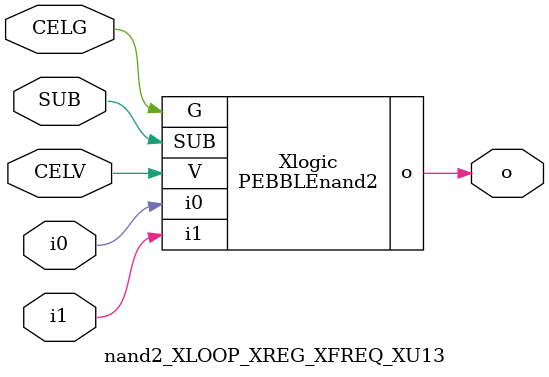
<source format=v>



module PEBBLEnand2 ( o, G, SUB, V, i0, i1 );

  input i0;
  input V;
  input i1;
  input G;
  output o;
  input SUB;
endmodule

//Celera Confidential Do Not Copy nand2_XLOOP_XREG_XFREQ_XU13
//Celera Confidential Symbol Generator
//5V NAND2
module nand2_XLOOP_XREG_XFREQ_XU13 (CELV,CELG,i0,i1,o,SUB);
input CELV;
input CELG;
input i0;
input i1;
input SUB;
output o;

//Celera Confidential Do Not Copy nand2
PEBBLEnand2 Xlogic(
.V (CELV),
.i0 (i0),
.i1 (i1),
.o (o),
.SUB (SUB),
.G (CELG)
);
//,diesize,PEBBLEnand2

//Celera Confidential Do Not Copy Module End
//Celera Schematic Generator
endmodule

</source>
